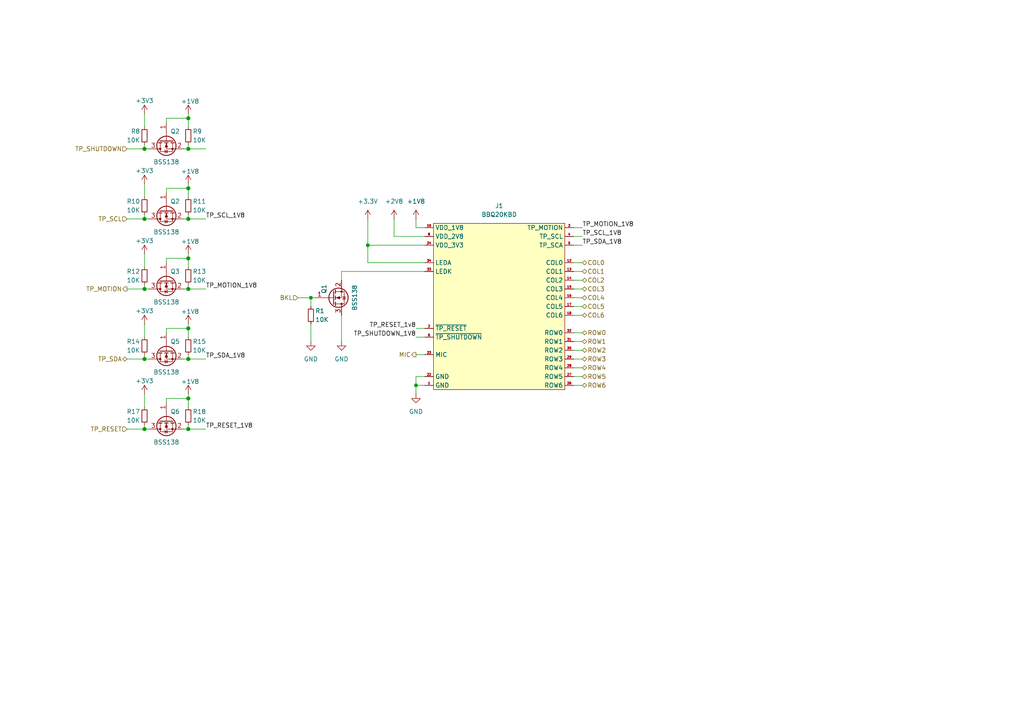
<source format=kicad_sch>
(kicad_sch (version 20250114) (generator "eeschema") (generator_version "9.0")
  (paper "A4")
  (lib_symbols
    (symbol "BBQ20KBD-Connector:BBQ20KBD Connector"
      (property "Reference" "J" (at 0 26.67 0))
      (property "Value" "BBQ20KBD" (at 0 -24.638 0))
      (symbol "BBQ20KBD Connector_1_1"
        (rectangle (start -19.05 25.4) (end 19.05 -22.86) (fill (type color) (color 255 255 194 1)))
        (pin power_in line (at -21.59 24.13 0) (length 2.54) (name "VDD_1V8") (number "10"))
        (pin power_in line (at -21.59 21.59 0) (length 2.54) (name "VDD_2V8") (number "8"))
        (pin power_in line (at -21.59 19.05 0) (length 2.54) (name "VDD_3V3") (number "24"))
        (pin bidirectional line (at -21.59 13.97 0) (length 2.54) (name "LEDA") (number "34"))
        (pin bidirectional line (at -21.59 11.43 0) (length 2.54) (name "LEDK") (number "33"))
        (pin input line (at -21.59 -5.08 0) (length 2.54) (name "~{TP_RESET}") (number "2"))
        (pin input line (at -21.59 -7.62 0) (length 2.54) (name "~{TP_SHUTDOWN}") (number "6"))
        (pin output line (at -21.59 -12.7 0) (length 2.54) (name "MIC") (number "23"))
        (pin power_out line (at -21.59 -19.05 0) (length 2.54) (name "GND") (number "22"))
        (pin power_out line (at -21.59 -21.59 0) (length 2.54) (name "GND") (number "1"))
        (pin output line (at 21.59 24.13 180) (length 2.54) (name "TP_MOTION") (number "3"))
        (pin bidirectional line (at 21.59 21.59 180) (length 2.54) (name "TP_SCL") (number "4"))
        (pin bidirectional line (at 21.59 19.05 180) (length 2.54) (name "TP_SCA") (number "5"))
        (pin bidirectional line (at 21.59 13.97 180) (length 2.54) (name "COL0") (number "12"))
        (pin bidirectional line (at 21.59 11.43 180) (length 2.54) (name "COL1") (number "13"))
        (pin bidirectional line (at 21.59 8.89 180) (length 2.54) (name "COL2") (number "14"))
        (pin bidirectional line (at 21.59 6.35 180) (length 2.54) (name "COL3") (number "15"))
        (pin bidirectional line (at 21.59 3.81 180) (length 2.54) (name "COL4") (number "16"))
        (pin bidirectional line (at 21.59 1.27 180) (length 2.54) (name "COL5") (number "17"))
        (pin bidirectional line (at 21.59 -1.27 180) (length 2.54) (name "COL6") (number "18"))
        (pin bidirectional line (at 21.59 -6.35 180) (length 2.54) (name "ROW0") (number "32"))
        (pin bidirectional line (at 21.59 -8.89 180) (length 2.54) (name "ROW1") (number "31"))
        (pin bidirectional line (at 21.59 -11.43 180) (length 2.54) (name "ROW2") (number "30"))
        (pin bidirectional line (at 21.59 -13.97 180) (length 2.54) (name "ROW3") (number "29"))
        (pin bidirectional line (at 21.59 -16.51 180) (length 2.54) (name "ROW4") (number "28"))
        (pin bidirectional line (at 21.59 -19.05 180) (length 2.54) (name "ROW5") (number "27"))
        (pin bidirectional line (at 21.59 -21.59 180) (length 2.54) (name "ROW6") (number "26"))
      )
    )
    (symbol "Device:R_Small" (pin_numbers (hide yes)) (pin_names (offset 0.254) (hide yes))
      (property "Reference" "R" (at 0.762 0.508 0))
      (property "Value" "R_Small" (at 0.762 -1.016 0))
      (symbol "R_Small_0_1"
        (rectangle (start -0.762 1.778) (end 0.762 -1.778) (stroke (width 0.2032)))
      )
      (symbol "R_Small_1_1"
        (pin passive line (at 0 2.54 270) (length 0.762) (name "~") (number "1"))
        (pin passive line (at 0 -2.54 90) (length 0.762) (name "~") (number "2"))
      )
    )
    (symbol "Transistor_FET:BSS138" (pin_names (hide yes))
      (property "Reference" "Q" (at 5.08 1.905 0))
      (property "Value" "BSS138" (at 5.08 0 0))
      (symbol "BSS138_0_1"
        (polyline (pts (xy 0.254 1.905) (xy 0.254 -1.905)) (stroke (width 0.254)))
        (polyline (pts (xy 0.254 0) (xy -2.54 0)))
        (polyline (pts (xy 0.762 2.286) (xy 0.762 1.27)) (stroke (width 0.254)))
        (polyline (pts (xy 0.762 0.508) (xy 0.762 -0.508)) (stroke (width 0.254)))
        (polyline (pts (xy 0.762 -1.27) (xy 0.762 -2.286)) (stroke (width 0.254)))
        (polyline (pts (xy 0.762 -1.778) (xy 3.302 -1.778) (xy 3.302 1.778) (xy 0.762 1.778)))
        (polyline (pts (xy 1.016 0) (xy 2.032 0.381) (xy 2.032 -0.381) (xy 1.016 0)) (fill (type outline)))
        (circle (center 1.651 0) (radius 2.794) (stroke (width 0.254)))
        (polyline (pts (xy 2.54 2.54) (xy 2.54 1.778)))
        (circle (center 2.54 1.778) (radius 0.254) (fill (type outline)))
        (circle (center 2.54 -1.778) (radius 0.254) (fill (type outline)))
        (polyline (pts (xy 2.54 -2.54) (xy 2.54 0) (xy 0.762 0)))
        (polyline (pts (xy 2.794 0.508) (xy 2.921 0.381) (xy 3.683 0.381) (xy 3.81 0.254)))
        (polyline (pts (xy 3.302 0.381) (xy 2.921 -0.254) (xy 3.683 -0.254) (xy 3.302 0.381)))
      )
      (symbol "BSS138_1_1"
        (pin input line (at -5.08 0 0) (length 2.54) (name "G") (number "1"))
        (pin passive line (at 2.54 5.08 270) (length 2.54) (name "D") (number "3"))
        (pin passive line (at 2.54 -5.08 90) (length 2.54) (name "S") (number "2"))
      )
    )
    (symbol "power:+1V8" (power) (pin_numbers (hide yes)) (pin_names (offset 0) (hide yes))
      (property "Value" "+1V8" (at 0 3.556 0))
      (symbol "+1V8_0_1"
        (polyline (pts (xy -0.762 1.27) (xy 0 2.54)))
        (polyline (pts (xy 0 2.54) (xy 0.762 1.27)))
        (polyline (pts (xy 0 0) (xy 0 2.54)))
      )
      (symbol "+1V8_1_1"
        (pin power_in line (at 0 0 90) (length 0) (name "~") (number "1"))
      )
    )
    (symbol "power:+2V8" (power) (pin_numbers (hide yes)) (pin_names (offset 0) (hide yes))
      (property "Value" "+2V8" (at 0 3.556 0))
      (symbol "+2V8_0_1"
        (polyline (pts (xy -0.762 1.27) (xy 0 2.54)))
        (polyline (pts (xy 0 2.54) (xy 0.762 1.27)))
        (polyline (pts (xy 0 0) (xy 0 2.54)))
      )
      (symbol "+2V8_1_1"
        (pin power_in line (at 0 0 90) (length 0) (name "~") (number "1"))
      )
    )
    (symbol "power:+3.3V" (power) (pin_numbers (hide yes)) (pin_names (offset 0) (hide yes))
      (property "Value" "+3.3V" (at 0 3.556 0))
      (symbol "+3.3V_0_1"
        (polyline (pts (xy -0.762 1.27) (xy 0 2.54)))
        (polyline (pts (xy 0 2.54) (xy 0.762 1.27)))
        (polyline (pts (xy 0 0) (xy 0 2.54)))
      )
      (symbol "+3.3V_1_1"
        (pin power_in line (at 0 0 90) (length 0) (name "~") (number "1"))
      )
    )
    (symbol "power:GND" (power) (pin_numbers (hide yes)) (pin_names (offset 0) (hide yes))
      (property "Value" "GND" (at 0 -3.81 0))
      (symbol "GND_0_1"
        (polyline (pts (xy 0 0) (xy 0 -1.27) (xy 1.27 -1.27) (xy 0 -2.54) (xy -1.27 -1.27) (xy 0 -1.27)))
      )
      (symbol "GND_1_1"
        (pin power_in line (at 0 0 270) (length 0) (name "~") (number "1"))
      )
    )
  )
  (junction (at 90.17 86.36))
  (junction (at 54.61 83.82) (diameter 1.016))
  (junction (at 54.61 34.29) (diameter 1.016))
  (junction (at 54.61 104.14) (diameter 1.016))
  (junction (at 54.61 95.25) (diameter 1.016))
  (junction (at 54.61 124.46) (diameter 1.016))
  (junction (at 106.68 71.12))
  (junction (at 54.61 63.5) (diameter 1.016))
  (junction (at 41.91 104.14) (diameter 1.016))
  (junction (at 54.61 43.18) (diameter 1.016))
  (junction (at 41.91 124.46) (diameter 1.016))
  (junction (at 54.61 54.61) (diameter 1.016))
  (junction (at 54.61 74.93) (diameter 1.016))
  (junction (at 41.91 83.82) (diameter 1.016))
  (junction (at 120.65 111.76))
  (junction (at 54.61 115.57) (diameter 1.016))
  (junction (at 41.91 63.5) (diameter 1.016))
  (junction (at 41.91 43.18) (diameter 1.016))
  (wire (pts (xy 48.26 55.88) (xy 48.26 54.61)))
  (wire (pts (xy 166.37 96.52) (xy 168.91 96.52)))
  (wire (pts (xy 166.37 68.58) (xy 168.91 68.58)))
  (wire (pts (xy 123.19 76.2) (xy 106.68 76.2)))
  (wire (pts (xy 90.17 86.36) (xy 91.44 86.36)))
  (wire (pts (xy 166.37 71.12) (xy 168.91 71.12)))
  (wire (pts (xy 59.69 104.14) (xy 54.61 104.14)))
  (wire (pts (xy 53.34 104.14) (xy 54.61 104.14)))
  (wire (pts (xy 90.17 86.36) (xy 90.17 88.9)))
  (wire (pts (xy 48.26 74.93) (xy 54.61 74.93)))
  (wire (pts (xy 106.68 63.5) (xy 106.68 71.12)))
  (wire (pts (xy 120.65 66.04) (xy 120.65 63.5)))
  (wire (pts (xy 53.34 83.82) (xy 54.61 83.82)))
  (wire (pts (xy 54.61 33.02) (xy 54.61 34.29)))
  (wire (pts (xy 59.69 124.46) (xy 54.61 124.46)))
  (wire (pts (xy 166.37 101.6) (xy 168.91 101.6)))
  (wire (pts (xy 106.68 71.12) (xy 106.68 76.2)))
  (wire (pts (xy 166.37 76.2) (xy 168.91 76.2)))
  (wire (pts (xy 120.65 102.87) (xy 123.19 102.87)))
  (wire (pts (xy 48.26 34.29) (xy 54.61 34.29)))
  (wire (pts (xy 54.61 73.66) (xy 54.61 74.93)))
  (wire (pts (xy 41.91 123.19) (xy 41.91 124.46)))
  (wire (pts (xy 120.65 111.76) (xy 120.65 114.3)))
  (wire (pts (xy 54.61 62.23) (xy 54.61 63.5)))
  (wire (pts (xy 54.61 41.91) (xy 54.61 43.18)))
  (wire (pts (xy 48.26 54.61) (xy 54.61 54.61)))
  (wire (pts (xy 54.61 82.55) (xy 54.61 83.82)))
  (wire (pts (xy 41.91 102.87) (xy 41.91 104.14)))
  (wire (pts (xy 99.06 81.28) (xy 99.06 78.74)))
  (wire (pts (xy 114.3 63.5) (xy 114.3 68.58)))
  (wire (pts (xy 54.61 74.93) (xy 54.61 77.47)))
  (wire (pts (xy 54.61 34.29) (xy 54.61 36.83)))
  (wire (pts (xy 53.34 63.5) (xy 54.61 63.5)))
  (wire (pts (xy 166.37 106.68) (xy 168.91 106.68)))
  (wire (pts (xy 41.91 62.23) (xy 41.91 63.5)))
  (wire (pts (xy 59.69 63.5) (xy 54.61 63.5)))
  (wire (pts (xy 54.61 123.19) (xy 54.61 124.46)))
  (wire (pts (xy 54.61 54.61) (xy 54.61 57.15)))
  (wire (pts (xy 41.91 82.55) (xy 41.91 83.82)))
  (wire (pts (xy 41.91 43.18) (xy 36.83 43.18)))
  (wire (pts (xy 53.34 124.46) (xy 54.61 124.46)))
  (wire (pts (xy 41.91 41.91) (xy 41.91 43.18)))
  (wire (pts (xy 114.3 68.58) (xy 123.19 68.58)))
  (wire (pts (xy 54.61 114.3) (xy 54.61 115.57)))
  (wire (pts (xy 41.91 63.5) (xy 36.83 63.5)))
  (wire (pts (xy 43.18 43.18) (xy 41.91 43.18)))
  (wire (pts (xy 41.91 124.46) (xy 36.83 124.46)))
  (wire (pts (xy 59.69 83.82) (xy 54.61 83.82)))
  (wire (pts (xy 120.65 97.79) (xy 123.19 97.79)))
  (wire (pts (xy 41.91 93.98) (xy 41.91 97.79)))
  (wire (pts (xy 48.26 96.52) (xy 48.26 95.25)))
  (wire (pts (xy 120.65 95.25) (xy 123.19 95.25)))
  (wire (pts (xy 53.34 43.18) (xy 54.61 43.18)))
  (wire (pts (xy 166.37 91.44) (xy 168.91 91.44)))
  (wire (pts (xy 54.61 93.98) (xy 54.61 95.25)))
  (wire (pts (xy 166.37 111.76) (xy 168.91 111.76)))
  (wire (pts (xy 106.68 71.12) (xy 123.19 71.12)))
  (wire (pts (xy 166.37 88.9) (xy 168.91 88.9)))
  (wire (pts (xy 166.37 83.82) (xy 168.91 83.82)))
  (wire (pts (xy 41.91 114.3) (xy 41.91 118.11)))
  (wire (pts (xy 54.61 102.87) (xy 54.61 104.14)))
  (wire (pts (xy 43.18 63.5) (xy 41.91 63.5)))
  (wire (pts (xy 54.61 53.34) (xy 54.61 54.61)))
  (wire (pts (xy 123.19 66.04) (xy 120.65 66.04)))
  (wire (pts (xy 48.26 115.57) (xy 54.61 115.57)))
  (wire (pts (xy 48.26 35.56) (xy 48.26 34.29)))
  (wire (pts (xy 166.37 99.06) (xy 168.91 99.06)))
  (wire (pts (xy 43.18 124.46) (xy 41.91 124.46)))
  (wire (pts (xy 54.61 115.57) (xy 54.61 118.11)))
  (wire (pts (xy 54.61 95.25) (xy 54.61 97.79)))
  (wire (pts (xy 123.19 111.76) (xy 120.65 111.76)))
  (wire (pts (xy 41.91 104.14) (xy 36.83 104.14)))
  (wire (pts (xy 43.18 104.14) (xy 41.91 104.14)))
  (wire (pts (xy 41.91 33.02) (xy 41.91 36.83)))
  (wire (pts (xy 166.37 109.22) (xy 168.91 109.22)))
  (wire (pts (xy 41.91 73.66) (xy 41.91 77.47)))
  (wire (pts (xy 86.36 86.36) (xy 90.17 86.36)))
  (wire (pts (xy 166.37 104.14) (xy 168.91 104.14)))
  (wire (pts (xy 59.69 43.18) (xy 54.61 43.18)))
  (wire (pts (xy 166.37 78.74) (xy 168.91 78.74)))
  (wire (pts (xy 120.65 109.22) (xy 120.65 111.76)))
  (wire (pts (xy 123.19 109.22) (xy 120.65 109.22)))
  (wire (pts (xy 166.37 86.36) (xy 168.91 86.36)))
  (wire (pts (xy 48.26 95.25) (xy 54.61 95.25)))
  (wire (pts (xy 99.06 78.74) (xy 123.19 78.74)))
  (wire (pts (xy 41.91 53.34) (xy 41.91 57.15)))
  (wire (pts (xy 43.18 83.82) (xy 41.91 83.82)))
  (wire (pts (xy 90.17 93.98) (xy 90.17 99.06)))
  (wire (pts (xy 99.06 91.44) (xy 99.06 99.06)))
  (wire (pts (xy 166.37 66.04) (xy 168.91 66.04)))
  (wire (pts (xy 48.26 76.2) (xy 48.26 74.93)))
  (wire (pts (xy 41.91 83.82) (xy 36.83 83.82)))
  (wire (pts (xy 48.26 116.84) (xy 48.26 115.57)))
  (wire (pts (xy 166.37 81.28) (xy 168.91 81.28)))
  (label "TP_RESET_1V8" (at 59.69 124.46 0))
  (label "TP_SHUTDOWN_1V8" (at 120.65 97.79 180))
  (label "TP_SDA_1V8" (at 168.91 71.12 0))
  (label "TP_SDA_1V8" (at 59.69 104.14 0))
  (label "TP_MOTION_1V8" (at 59.69 83.82 0))
  (label "TP_RESET_1v8" (at 120.65 95.25 180))
  (label "TP_MOTION_1V8" (at 168.91 66.04 0))
  (label "TP_SCL_1V8" (at 59.69 63.5 0))
  (label "TP_SCL_1V8" (at 168.91 68.58 0))
  (hierarchical_label "ROW5" (shape bidirectional) (at 168.91 109.22 0))
  (hierarchical_label "COL6" (shape bidirectional) (at 168.91 91.44 0))
  (hierarchical_label "COL5" (shape bidirectional) (at 168.91 88.9 0))
  (hierarchical_label "TP_SHUTDOWN" (shape input) (at 36.83 43.18 180))
  (hierarchical_label "TP_SDA" (shape bidirectional) (at 36.83 104.14 180))
  (hierarchical_label "ROW0" (shape bidirectional) (at 168.91 96.52 0))
  (hierarchical_label "ROW6" (shape bidirectional) (at 168.91 111.76 0))
  (hierarchical_label "ROW3" (shape bidirectional) (at 168.91 104.14 0))
  (hierarchical_label "ROW1" (shape bidirectional) (at 168.91 99.06 0))
  (hierarchical_label "TP_MOTION" (shape output) (at 36.83 83.82 180))
  (hierarchical_label "COL4" (shape bidirectional) (at 168.91 86.36 0))
  (hierarchical_label "COL0" (shape bidirectional) (at 168.91 76.2 0))
  (hierarchical_label "COL1" (shape bidirectional) (at 168.91 78.74 0))
  (hierarchical_label "COL2" (shape bidirectional) (at 168.91 81.28 0))
  (hierarchical_label "ROW4" (shape bidirectional) (at 168.91 106.68 0))
  (hierarchical_label "TP_SCL" (shape input) (at 36.83 63.5 180))
  (hierarchical_label "COL3" (shape bidirectional) (at 168.91 83.82 0))
  (hierarchical_label "MIC" (shape output) (at 120.65 102.87 180))
  (hierarchical_label "ROW2" (shape bidirectional) (at 168.91 101.6 0))
  (hierarchical_label "BKL" (shape input) (at 86.36 86.36 180))
  (hierarchical_label "TP_RESET" (shape input) (at 36.83 124.46 180))
  (symbol (lib_id "power:+1V8") (at 54.61 114.3 0) (mirror y) (unit 1)
    (property "Reference" "#PWR0152" (effects (hide yes)))
    (property "Value" "+1V8" (at 57.785 110.6804 0) (effects (justify left)))
  )
  (symbol (lib_id "power:+3.3V") (at 41.91 33.02 0) (mirror y) (unit 1)
    (property "Reference" "#PWR0156" (effects (hide yes)))
    (property "Value" "+3V3" (at 41.91 29.21 0))
  )
  (symbol (lib_id "Device:R_Small") (at 41.91 100.33 0) (mirror x) (unit 1)
    (property "Reference" "R14" (at 40.64 99.0599 0) (effects (justify right)))
    (property "Value" "10K" (at 40.64 101.5999 0) (effects (justify right)))
    (property "Footprint" "Resistor_SMD:R_0603_1608Metric" (effects (hide yes)))
  )
  (symbol (lib_id "Transistor_FET:BSS138") (at 96.52 86.36 0) (mirror x) (unit 1)
    (property "Reference" "Q1" (at 93.98 83.82 90))
    (property "Value" "BSS138" (at 102.87 86.36 90))
    (property "Footprint" "Package_TO_SOT_SMD:SOT-23" (effects (hide yes)))
    (property "LCSC" "C112239" (effects (hide yes)))
  )
  (symbol (lib_id "power:+1V8") (at 120.65 63.5 0) (unit 1)
    (property "Reference" "#PWR02" (effects (hide yes)))
    (property "Value" "+1V8" (at 120.65 58.42 0))
    (property "Description" "Power symbol creates a global label with name \"+1V8\"" (effects (hide yes)))
  )
  (symbol (lib_id "Device:R_Small") (at 54.61 120.65 180) (unit 1)
    (property "Reference" "R18" (at 55.88 119.3799 0) (effects (justify right)))
    (property "Value" "10K" (at 55.88 121.9199 0) (effects (justify right)))
    (property "Footprint" "Resistor_SMD:R_0603_1608Metric" (effects (hide yes)))
  )
  (symbol (lib_id "Device:R_Small") (at 54.61 80.01 180) (unit 1)
    (property "Reference" "R13" (at 55.88 78.7399 0) (effects (justify right)))
    (property "Value" "10K" (at 55.88 81.2799 0) (effects (justify right)))
    (property "Footprint" "Resistor_SMD:R_0603_1608Metric" (effects (hide yes)))
  )
  (symbol (lib_id "Transistor_FET:BSS138") (at 48.26 40.64 90) (mirror x) (unit 1)
    (property "Reference" "Q2" (at 50.8 38.1 90))
    (property "Value" "BSS138" (at 48.26 46.99 90))
    (property "Footprint" "Package_TO_SOT_SMD:SOT-23" (effects (hide yes)))
    (property "LCSC" "C112239" (effects (hide yes)))
  )
  (symbol (lib_id "Transistor_FET:BSS138") (at 48.26 60.96 90) (mirror x) (unit 1)
    (property "Reference" "Q2" (at 50.8 58.42 90))
    (property "Value" "BSS138" (at 48.26 67.31 90))
    (property "Footprint" "Package_TO_SOT_SMD:SOT-23" (effects (hide yes)))
    (property "LCSC" "C112239" (effects (hide yes)))
  )
  (symbol (lib_id "power:+3.3V") (at 41.91 93.98 0) (mirror y) (unit 1)
    (property "Reference" "#PWR0153" (effects (hide yes)))
    (property "Value" "+3V3" (at 41.91 90.17 0))
  )
  (symbol (lib_id "Device:R_Small") (at 90.17 91.44 180) (unit 1)
    (property "Reference" "R1" (at 91.44 90.1699 0) (effects (justify right)))
    (property "Value" "10K" (at 91.44 92.7099 0) (effects (justify right)))
    (property "Footprint" "Resistor_SMD:R_0603_1608Metric" (effects (hide yes)))
  )
  (symbol (lib_id "power:+3.3V") (at 41.91 114.3 0) (mirror y) (unit 1)
    (property "Reference" "#PWR0151" (effects (hide yes)))
    (property "Value" "+3V3" (at 41.91 110.49 0))
  )
  (symbol (lib_id "power:GND") (at 90.17 99.06 0) (unit 1)
    (property "Reference" "#PWR05" (effects (hide yes)))
    (property "Value" "GND" (at 90.17 104.14 0))
    (property "Description" "Power symbol creates a global label with name \"GND\" , ground" (effects (hide yes)))
  )
  (symbol (lib_id "power:+2V8") (at 114.3 63.5 0) (unit 1)
    (property "Reference" "#PWR03" (effects (hide yes)))
    (property "Value" "+2V8" (at 114.3 58.42 0))
    (property "Description" "Power symbol creates a global label with name \"+2V8\"" (effects (hide yes)))
  )
  (symbol (lib_id "Transistor_FET:BSS138") (at 48.26 81.28 90) (mirror x) (unit 1)
    (property "Reference" "Q3" (at 50.8 78.74 90))
    (property "Value" "BSS138" (at 48.26 87.63 90))
    (property "Footprint" "Package_TO_SOT_SMD:SOT-23" (effects (hide yes)))
    (property "LCSC" "C112239" (effects (hide yes)))
  )
  (symbol (lib_id "Device:R_Small") (at 54.61 59.69 180) (unit 1)
    (property "Reference" "R11" (at 55.88 58.4199 0) (effects (justify right)))
    (property "Value" "10K" (at 55.88 60.9599 0) (effects (justify right)))
    (property "Footprint" "Resistor_SMD:R_0603_1608Metric" (effects (hide yes)))
  )
  (symbol (lib_id "power:+1V8") (at 54.61 93.98 0) (mirror y) (unit 1)
    (property "Reference" "#PWR0150" (effects (hide yes)))
    (property "Value" "+1V8" (at 57.785 90.3604 0) (effects (justify left)))
  )
  (symbol (lib_id "power:+1V8") (at 54.61 33.02 0) (mirror y) (unit 1)
    (property "Reference" "#PWR0157" (effects (hide yes)))
    (property "Value" "+1V8" (at 57.785 29.4004 0) (effects (justify left)))
  )
  (symbol (lib_id "power:+1V8") (at 54.61 73.66 0) (mirror y) (unit 1)
    (property "Reference" "#PWR0149" (effects (hide yes)))
    (property "Value" "+1V8" (at 57.785 70.0404 0) (effects (justify left)))
  )
  (symbol (lib_id "Device:R_Small") (at 54.61 39.37 180) (unit 1)
    (property "Reference" "R9" (at 55.88 38.0999 0) (effects (justify right)))
    (property "Value" "10K" (at 55.88 40.6399 0) (effects (justify right)))
    (property "Footprint" "Resistor_SMD:R_0603_1608Metric" (effects (hide yes)))
  )
  (symbol (lib_id "power:+1V8") (at 54.61 53.34 0) (mirror y) (unit 1)
    (property "Reference" "#PWR0155" (effects (hide yes)))
    (property "Value" "+1V8" (at 57.785 49.7204 0) (effects (justify left)))
  )
  (symbol (lib_id "Device:R_Small") (at 54.61 100.33 180) (unit 1)
    (property "Reference" "R15" (at 55.88 99.0599 0) (effects (justify right)))
    (property "Value" "10K" (at 55.88 101.5999 0) (effects (justify right)))
    (property "Footprint" "Resistor_SMD:R_0603_1608Metric" (effects (hide yes)))
  )
  (symbol (lib_id "Device:R_Small") (at 41.91 80.01 0) (mirror x) (unit 1)
    (property "Reference" "R12" (at 40.64 78.7399 0) (effects (justify right)))
    (property "Value" "10K" (at 40.64 81.2799 0) (effects (justify right)))
    (property "Footprint" "Resistor_SMD:R_0603_1608Metric" (effects (hide yes)))
  )
  (symbol (lib_id "Device:R_Small") (at 41.91 120.65 0) (mirror x) (unit 1)
    (property "Reference" "R17" (at 40.64 119.3799 0) (effects (justify right)))
    (property "Value" "10K" (at 40.64 121.9199 0) (effects (justify right)))
    (property "Footprint" "Resistor_SMD:R_0603_1608Metric" (effects (hide yes)))
  )
  (symbol (lib_id "power:+3.3V") (at 41.91 53.34 0) (mirror y) (unit 1)
    (property "Reference" "#PWR0154" (effects (hide yes)))
    (property "Value" "+3V3" (at 41.91 49.53 0))
  )
  (symbol (lib_id "Transistor_FET:BSS138") (at 48.26 121.92 90) (mirror x) (unit 1)
    (property "Reference" "Q6" (at 50.8 119.38 90))
    (property "Value" "BSS138" (at 48.26 128.27 90))
    (property "Footprint" "Package_TO_SOT_SMD:SOT-23" (effects (hide yes)))
    (property "LCSC" "C112239" (effects (hide yes)))
  )
  (symbol (lib_id "power:GND") (at 99.06 99.06 0) (unit 1)
    (property "Reference" "#PWR04" (effects (hide yes)))
    (property "Value" "GND" (at 99.06 104.14 0))
    (property "Description" "Power symbol creates a global label with name \"GND\" , ground" (effects (hide yes)))
  )
  (symbol (lib_id "Transistor_FET:BSS138") (at 48.26 101.6 90) (mirror x) (unit 1)
    (property "Reference" "Q5" (at 50.8 99.06 90))
    (property "Value" "BSS138" (at 48.26 107.95 90))
    (property "Footprint" "Package_TO_SOT_SMD:SOT-23" (effects (hide yes)))
    (property "LCSC" "C112239" (effects (hide yes)))
  )
  (symbol (lib_id "power:+3.3V") (at 41.91 73.66 0) (mirror y) (unit 1)
    (property "Reference" "#PWR0148" (effects (hide yes)))
    (property "Value" "+3V3" (at 41.91 69.85 0))
  )
  (symbol (lib_id "Device:R_Small") (at 41.91 39.37 0) (mirror x) (unit 1)
    (property "Reference" "R8" (at 40.64 38.0999 0) (effects (justify right)))
    (property "Value" "10K" (at 40.64 40.6399 0) (effects (justify right)))
    (property "Footprint" "Resistor_SMD:R_0603_1608Metric" (effects (hide yes)))
  )
  (symbol (lib_id "power:+3.3V") (at 106.68 63.5 0) (unit 1)
    (property "Reference" "#PWR01" (effects (hide yes)))
    (property "Value" "+3.3V" (at 106.68 58.42 0))
    (property "Description" "Power symbol creates a global label with name \"+3.3V\"" (effects (hide yes)))
  )
  (symbol (lib_id "power:GND") (at 120.65 114.3 0) (unit 1)
    (property "Reference" "#PWR06" (effects (hide yes)))
    (property "Value" "GND" (at 120.65 119.38 0))
    (property "Description" "Power symbol creates a global label with name \"GND\" , ground" (effects (hide yes)))
  )
  (symbol (lib_id "BBQ20KBD-Connector:BBQ20KBD Connector") (at 144.78 90.17 0) (unit 1)
    (property "Reference" "J1" (at 144.78 59.69 0))
    (property "Value" "BBQ20KBD" (at 144.78 62.23 0))
  )
  (symbol (lib_id "Device:R_Small") (at 41.91 59.69 0) (mirror x) (unit 1)
    (property "Reference" "R10" (at 40.64 58.4199 0) (effects (justify right)))
    (property "Value" "10K" (at 40.64 60.9599 0) (effects (justify right)))
    (property "Footprint" "Resistor_SMD:R_0603_1608Metric" (effects (hide yes)))
  )
)
</source>
